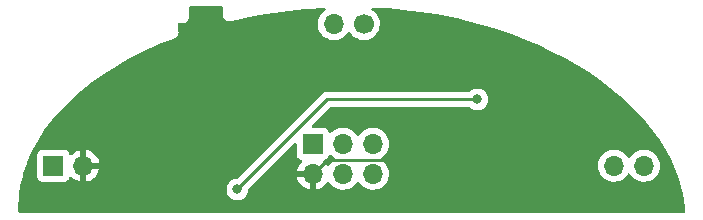
<source format=gtl>
%TF.GenerationSoftware,KiCad,Pcbnew,(6.0.4-0)*%
%TF.CreationDate,2022-04-25T17:07:07-04:00*%
%TF.ProjectId,earth_base,65617274-685f-4626-9173-652e6b696361,rev?*%
%TF.SameCoordinates,Original*%
%TF.FileFunction,Copper,L1,Top*%
%TF.FilePolarity,Positive*%
%FSLAX46Y46*%
G04 Gerber Fmt 4.6, Leading zero omitted, Abs format (unit mm)*
G04 Created by KiCad (PCBNEW (6.0.4-0)) date 2022-04-25 17:07:07*
%MOMM*%
%LPD*%
G01*
G04 APERTURE LIST*
%TA.AperFunction,ComponentPad*%
%ADD10R,1.700000X1.700000*%
%TD*%
%TA.AperFunction,ComponentPad*%
%ADD11O,1.700000X1.700000*%
%TD*%
%TA.AperFunction,ComponentPad*%
%ADD12C,1.700000*%
%TD*%
%TA.AperFunction,ViaPad*%
%ADD13C,0.800000*%
%TD*%
%TA.AperFunction,Conductor*%
%ADD14C,0.250000*%
%TD*%
G04 APERTURE END LIST*
D10*
%TO.P,J1,1,Pin_1*%
%TO.N,VCC*%
X124133751Y-107218580D03*
D11*
%TO.P,J1,2,Pin_2*%
%TO.N,GND*%
X126673751Y-107218580D03*
%TO.P,J1,3,Pin_3*%
%TO.N,Net-(J1-Pad3)*%
X147863751Y-95218580D03*
D12*
%TO.P,J1,4,Pin_4*%
%TO.N,Net-(J1-Pad4)*%
X150403751Y-95218580D03*
D11*
%TO.P,J1,5,Pin_5*%
%TO.N,Net-(J1-Pad5)*%
X171593751Y-107218580D03*
%TO.P,J1,6,Pin_6*%
%TO.N,Net-(J1-Pad6)*%
X174133751Y-107218580D03*
%TD*%
D10*
%TO.P,J2,1,Pin_1*%
%TO.N,VCC*%
X146090605Y-105357258D03*
D11*
%TO.P,J2,2,Pin_2*%
%TO.N,GND*%
X146090605Y-107897258D03*
%TO.P,J2,3,Pin_3*%
%TO.N,Net-(J1-Pad3)*%
X148630605Y-105357258D03*
%TO.P,J2,4,Pin_4*%
%TO.N,Net-(J1-Pad4)*%
X148630605Y-107897258D03*
%TO.P,J2,5,Pin_5*%
%TO.N,Net-(J1-Pad5)*%
X151170605Y-105357258D03*
%TO.P,J2,6,Pin_6*%
%TO.N,Net-(J1-Pad6)*%
X151170605Y-107897258D03*
%TD*%
D13*
%TO.N,GND*%
X165100000Y-101600000D03*
%TO.N,Net-(D1-Pad2)*%
X139700000Y-109220000D03*
X160020000Y-101600000D03*
%TD*%
D14*
%TO.N,GND*%
X165100000Y-101600000D02*
X159977253Y-106722747D01*
X147265116Y-106722747D02*
X146090605Y-107897258D01*
X159977253Y-106722747D02*
X147265116Y-106722747D01*
%TO.N,Net-(D1-Pad2)*%
X147320000Y-101600000D02*
X139700000Y-109220000D01*
X160020000Y-101600000D02*
X147320000Y-101600000D01*
%TD*%
%TA.AperFunction,Conductor*%
%TO.N,GND*%
G36*
X138434895Y-93758198D02*
G01*
X138481388Y-93811854D01*
X138492774Y-93864196D01*
X138492774Y-94436788D01*
X138492436Y-94446017D01*
X138490722Y-94469358D01*
X138488765Y-94496000D01*
X138490647Y-94504779D01*
X138490647Y-94504780D01*
X138499443Y-94545814D01*
X138500969Y-94554362D01*
X138506920Y-94595917D01*
X138506922Y-94595924D01*
X138508194Y-94604806D01*
X138511908Y-94612975D01*
X138514374Y-94621408D01*
X138517414Y-94629649D01*
X138519295Y-94638422D01*
X138523562Y-94646314D01*
X138543534Y-94683253D01*
X138547396Y-94691026D01*
X138568482Y-94737401D01*
X138574342Y-94744201D01*
X138579067Y-94751590D01*
X138584299Y-94758648D01*
X138588572Y-94766551D01*
X138624418Y-94802776D01*
X138630299Y-94809144D01*
X138657702Y-94840947D01*
X138657704Y-94840949D01*
X138663561Y-94847746D01*
X138671092Y-94852628D01*
X138677706Y-94858397D01*
X138684708Y-94863703D01*
X138691025Y-94870086D01*
X138735611Y-94894801D01*
X138743015Y-94899246D01*
X138785789Y-94926971D01*
X138794384Y-94929542D01*
X138802351Y-94933223D01*
X138810570Y-94936354D01*
X138818419Y-94940704D01*
X138868122Y-94951906D01*
X138876512Y-94954103D01*
X138925340Y-94968705D01*
X138934316Y-94968760D01*
X138942982Y-94970055D01*
X138951751Y-94970753D01*
X138960513Y-94972728D01*
X138969469Y-94972165D01*
X138969473Y-94972165D01*
X139011367Y-94969530D01*
X139020044Y-94969284D01*
X139051737Y-94969477D01*
X139070995Y-94969595D01*
X139123040Y-94954720D01*
X139130465Y-94952842D01*
X139974312Y-94766551D01*
X140324678Y-94689203D01*
X140328344Y-94688450D01*
X141557945Y-94455067D01*
X141561590Y-94454431D01*
X142814815Y-94254492D01*
X142818443Y-94253967D01*
X144093911Y-94088369D01*
X144097527Y-94087952D01*
X145393821Y-93957596D01*
X145397428Y-93957286D01*
X146005080Y-93913771D01*
X146713107Y-93863069D01*
X146716647Y-93862867D01*
X147042380Y-93848900D01*
X147111295Y-93865965D01*
X147160043Y-93917580D01*
X147173148Y-93987357D01*
X147146449Y-94053142D01*
X147123430Y-94075544D01*
X146986632Y-94178255D01*
X146958716Y-94199215D01*
X146804380Y-94360718D01*
X146678494Y-94545260D01*
X146642331Y-94623166D01*
X146608679Y-94695665D01*
X146584439Y-94747885D01*
X146524740Y-94963150D01*
X146501002Y-95185275D01*
X146501299Y-95190428D01*
X146501299Y-95190431D01*
X146506762Y-95285170D01*
X146513861Y-95408295D01*
X146514998Y-95413341D01*
X146514999Y-95413347D01*
X146534870Y-95501519D01*
X146562973Y-95626219D01*
X146647017Y-95833196D01*
X146684270Y-95893987D01*
X146761042Y-96019268D01*
X146763738Y-96023668D01*
X146910001Y-96192518D01*
X147081877Y-96335212D01*
X147274751Y-96447918D01*
X147483443Y-96527610D01*
X147488511Y-96528641D01*
X147488514Y-96528642D01*
X147566538Y-96544516D01*
X147702348Y-96572147D01*
X147707523Y-96572337D01*
X147707525Y-96572337D01*
X147920424Y-96580144D01*
X147920428Y-96580144D01*
X147925588Y-96580333D01*
X147930708Y-96579677D01*
X147930710Y-96579677D01*
X148142039Y-96552605D01*
X148142040Y-96552605D01*
X148147167Y-96551948D01*
X148171939Y-96544516D01*
X148356180Y-96489241D01*
X148356185Y-96489239D01*
X148361135Y-96487754D01*
X148561745Y-96389476D01*
X148743611Y-96259753D01*
X148901847Y-96102069D01*
X148917406Y-96080417D01*
X149032204Y-95920657D01*
X149033527Y-95921608D01*
X149080396Y-95878437D01*
X149150331Y-95866205D01*
X149215777Y-95893724D01*
X149243626Y-95925574D01*
X149303738Y-96023668D01*
X149450001Y-96192518D01*
X149621877Y-96335212D01*
X149814751Y-96447918D01*
X150023443Y-96527610D01*
X150028511Y-96528641D01*
X150028514Y-96528642D01*
X150106538Y-96544516D01*
X150242348Y-96572147D01*
X150247523Y-96572337D01*
X150247525Y-96572337D01*
X150460424Y-96580144D01*
X150460428Y-96580144D01*
X150465588Y-96580333D01*
X150470708Y-96579677D01*
X150470710Y-96579677D01*
X150682039Y-96552605D01*
X150682040Y-96552605D01*
X150687167Y-96551948D01*
X150711939Y-96544516D01*
X150896180Y-96489241D01*
X150896185Y-96489239D01*
X150901135Y-96487754D01*
X151101745Y-96389476D01*
X151283611Y-96259753D01*
X151441847Y-96102069D01*
X151457406Y-96080417D01*
X151569186Y-95924857D01*
X151572204Y-95920657D01*
X151588003Y-95888691D01*
X151668887Y-95725033D01*
X151668888Y-95725031D01*
X151671181Y-95720391D01*
X151736121Y-95506649D01*
X151765280Y-95285170D01*
X151765362Y-95281820D01*
X151766825Y-95221945D01*
X151766825Y-95221941D01*
X151766907Y-95218580D01*
X151748603Y-94995941D01*
X151694182Y-94779282D01*
X151605105Y-94574420D01*
X151554373Y-94496000D01*
X151486573Y-94391197D01*
X151486571Y-94391194D01*
X151483765Y-94386857D01*
X151333421Y-94221631D01*
X151329370Y-94218432D01*
X151329366Y-94218428D01*
X151162165Y-94086380D01*
X151162161Y-94086378D01*
X151158110Y-94083178D01*
X151153586Y-94080680D01*
X151153582Y-94080678D01*
X151124106Y-94064406D01*
X151074135Y-94013973D01*
X151059364Y-93944530D01*
X151084481Y-93878125D01*
X151141512Y-93835841D01*
X151191511Y-93828266D01*
X152116233Y-93876129D01*
X152309276Y-93886121D01*
X152313599Y-93886420D01*
X153285638Y-93970324D01*
X153645171Y-94001358D01*
X153730970Y-94008764D01*
X153735276Y-94009210D01*
X155129632Y-94177997D01*
X155133923Y-94178592D01*
X155863659Y-94292504D01*
X156503362Y-94392362D01*
X156507607Y-94393100D01*
X157850317Y-94650397D01*
X157854583Y-94651291D01*
X158291811Y-94750889D01*
X159168823Y-94950668D01*
X159173092Y-94951719D01*
X160456919Y-95291681D01*
X160461188Y-95292892D01*
X160788069Y-95391893D01*
X161712895Y-95671992D01*
X161717132Y-95673359D01*
X162381381Y-95900686D01*
X162934812Y-96090088D01*
X162939099Y-96091642D01*
X164120965Y-96544516D01*
X164125268Y-96546257D01*
X165269445Y-97033749D01*
X165273771Y-97035689D01*
X166378497Y-97556309D01*
X166382849Y-97558463D01*
X167446286Y-98110668D01*
X167450669Y-98113055D01*
X168471005Y-98695304D01*
X168475422Y-98697946D01*
X169450838Y-99308673D01*
X169455289Y-99311593D01*
X170383965Y-99949199D01*
X170388451Y-99952426D01*
X171136692Y-100515967D01*
X171268642Y-100615346D01*
X171273151Y-100618905D01*
X171782685Y-101040448D01*
X172103110Y-101305539D01*
X172107645Y-101309477D01*
X172885570Y-102018144D01*
X172890110Y-102022492D01*
X173604821Y-102742002D01*
X173614305Y-102751550D01*
X173618823Y-102756343D01*
X173702288Y-102849666D01*
X174287672Y-103504192D01*
X174292150Y-103509486D01*
X174903982Y-104274415D01*
X174908374Y-104280244D01*
X175461645Y-105060625D01*
X175465895Y-105067026D01*
X175821841Y-105640197D01*
X175959090Y-105861207D01*
X175963133Y-105868209D01*
X176387556Y-106661025D01*
X176394857Y-106674664D01*
X176398613Y-106682287D01*
X176651406Y-107242327D01*
X176767487Y-107499495D01*
X176770866Y-107507749D01*
X177075581Y-108334290D01*
X177078479Y-108343148D01*
X177153134Y-108603535D01*
X177303499Y-109127987D01*
X177317768Y-109177757D01*
X177320079Y-109187167D01*
X177492688Y-110028790D01*
X177494304Y-110038645D01*
X177590875Y-110821154D01*
X177598908Y-110886242D01*
X177599750Y-110896479D01*
X177608765Y-111114887D01*
X177591589Y-111183774D01*
X177539897Y-111232440D01*
X177482859Y-111246083D01*
X121291927Y-111240027D01*
X121223809Y-111220018D01*
X121177322Y-111166357D01*
X121166066Y-111119636D01*
X121165855Y-111114887D01*
X121152521Y-110815634D01*
X121152540Y-110804007D01*
X121153105Y-110792200D01*
X121199447Y-109823623D01*
X121200589Y-109811693D01*
X121257531Y-109416206D01*
X121285780Y-109220000D01*
X138786496Y-109220000D01*
X138806458Y-109409928D01*
X138865473Y-109591556D01*
X138960960Y-109756944D01*
X138965378Y-109761851D01*
X138965379Y-109761852D01*
X139078928Y-109887961D01*
X139088747Y-109898866D01*
X139243248Y-110011118D01*
X139249276Y-110013802D01*
X139249278Y-110013803D01*
X139293921Y-110033679D01*
X139417712Y-110088794D01*
X139511113Y-110108647D01*
X139598056Y-110127128D01*
X139598061Y-110127128D01*
X139604513Y-110128500D01*
X139795487Y-110128500D01*
X139801939Y-110127128D01*
X139801944Y-110127128D01*
X139888887Y-110108647D01*
X139982288Y-110088794D01*
X140106079Y-110033679D01*
X140150722Y-110013803D01*
X140150724Y-110013802D01*
X140156752Y-110011118D01*
X140311253Y-109898866D01*
X140321072Y-109887961D01*
X140434621Y-109761852D01*
X140434622Y-109761851D01*
X140439040Y-109756944D01*
X140534527Y-109591556D01*
X140593542Y-109409928D01*
X140610907Y-109244706D01*
X140637920Y-109179050D01*
X140647122Y-109168782D01*
X141650680Y-108165224D01*
X144758862Y-108165224D01*
X144789170Y-108299704D01*
X144792250Y-108309533D01*
X144872375Y-108506861D01*
X144877018Y-108516052D01*
X144988299Y-108697646D01*
X144994382Y-108705957D01*
X145133818Y-108866925D01*
X145141185Y-108874141D01*
X145305039Y-109010174D01*
X145313486Y-109016089D01*
X145497361Y-109123537D01*
X145506647Y-109127987D01*
X145705606Y-109203961D01*
X145715504Y-109206837D01*
X145818855Y-109227864D01*
X145832904Y-109226668D01*
X145836605Y-109216323D01*
X145836605Y-108169373D01*
X145832130Y-108154134D01*
X145830740Y-108152929D01*
X145823057Y-108151258D01*
X144773830Y-108151258D01*
X144760299Y-108155231D01*
X144758862Y-108165224D01*
X141650680Y-108165224D01*
X144517010Y-105298894D01*
X144579322Y-105264868D01*
X144650137Y-105269933D01*
X144706973Y-105312480D01*
X144731784Y-105379000D01*
X144732105Y-105387989D01*
X144732105Y-106255392D01*
X144738860Y-106317574D01*
X144789990Y-106453963D01*
X144877344Y-106570519D01*
X144993900Y-106657873D01*
X145002309Y-106661025D01*
X145002310Y-106661026D01*
X145111565Y-106701984D01*
X145168330Y-106744625D01*
X145193030Y-106811187D01*
X145177823Y-106880536D01*
X145158430Y-106907017D01*
X145035195Y-107035975D01*
X145028709Y-107043985D01*
X144908703Y-107219907D01*
X144903605Y-107228881D01*
X144813943Y-107422041D01*
X144810380Y-107431728D01*
X144754994Y-107631441D01*
X144756517Y-107639865D01*
X144768897Y-107643258D01*
X146218605Y-107643258D01*
X146286726Y-107663260D01*
X146333219Y-107716916D01*
X146344605Y-107769258D01*
X146344605Y-109215775D01*
X146348669Y-109229617D01*
X146362083Y-109231651D01*
X146368789Y-109230792D01*
X146378867Y-109228650D01*
X146582860Y-109167449D01*
X146592447Y-109163691D01*
X146783700Y-109069997D01*
X146792550Y-109064722D01*
X146965933Y-108941050D01*
X146973805Y-108934397D01*
X147124657Y-108784070D01*
X147131335Y-108776223D01*
X147258627Y-108599077D01*
X147259884Y-108599980D01*
X147306978Y-108556620D01*
X147376916Y-108544403D01*
X147442356Y-108571936D01*
X147470184Y-108603769D01*
X147487915Y-108632703D01*
X147530592Y-108702346D01*
X147676855Y-108871196D01*
X147848731Y-109013890D01*
X148041605Y-109126596D01*
X148250297Y-109206288D01*
X148255365Y-109207319D01*
X148255368Y-109207320D01*
X148317693Y-109220000D01*
X148469202Y-109250825D01*
X148474377Y-109251015D01*
X148474379Y-109251015D01*
X148687278Y-109258822D01*
X148687282Y-109258822D01*
X148692442Y-109259011D01*
X148697562Y-109258355D01*
X148697564Y-109258355D01*
X148908893Y-109231283D01*
X148908894Y-109231283D01*
X148914021Y-109230626D01*
X148918971Y-109229141D01*
X149123034Y-109167919D01*
X149123039Y-109167917D01*
X149127989Y-109166432D01*
X149328599Y-109068154D01*
X149510465Y-108938431D01*
X149525788Y-108923162D01*
X149665040Y-108784395D01*
X149668701Y-108780747D01*
X149742426Y-108678148D01*
X149799058Y-108599335D01*
X149800381Y-108600286D01*
X149847250Y-108557115D01*
X149917185Y-108544883D01*
X149982631Y-108572402D01*
X150010480Y-108604252D01*
X150026457Y-108630324D01*
X150070592Y-108702346D01*
X150216855Y-108871196D01*
X150388731Y-109013890D01*
X150581605Y-109126596D01*
X150790297Y-109206288D01*
X150795365Y-109207319D01*
X150795368Y-109207320D01*
X150857693Y-109220000D01*
X151009202Y-109250825D01*
X151014377Y-109251015D01*
X151014379Y-109251015D01*
X151227278Y-109258822D01*
X151227282Y-109258822D01*
X151232442Y-109259011D01*
X151237562Y-109258355D01*
X151237564Y-109258355D01*
X151448893Y-109231283D01*
X151448894Y-109231283D01*
X151454021Y-109230626D01*
X151458971Y-109229141D01*
X151663034Y-109167919D01*
X151663039Y-109167917D01*
X151667989Y-109166432D01*
X151868599Y-109068154D01*
X152050465Y-108938431D01*
X152065788Y-108923162D01*
X152205040Y-108784395D01*
X152208701Y-108780747D01*
X152282426Y-108678148D01*
X152336040Y-108603535D01*
X152339058Y-108599335D01*
X152348450Y-108580333D01*
X152435741Y-108403711D01*
X152435742Y-108403709D01*
X152438035Y-108399069D01*
X152481588Y-108255719D01*
X152501470Y-108190281D01*
X152501470Y-108190279D01*
X152502975Y-108185327D01*
X152532134Y-107963848D01*
X152533761Y-107897258D01*
X152515457Y-107674619D01*
X152461036Y-107457960D01*
X152371959Y-107253098D01*
X152328083Y-107185275D01*
X170231002Y-107185275D01*
X170231299Y-107190428D01*
X170231299Y-107190431D01*
X170236762Y-107285170D01*
X170243861Y-107408295D01*
X170244998Y-107413341D01*
X170244999Y-107413347D01*
X170258348Y-107472580D01*
X170292973Y-107626219D01*
X170377017Y-107833196D01*
X170414219Y-107893904D01*
X170491042Y-108019268D01*
X170493738Y-108023668D01*
X170640001Y-108192518D01*
X170811877Y-108335212D01*
X171004751Y-108447918D01*
X171213443Y-108527610D01*
X171218511Y-108528641D01*
X171218514Y-108528642D01*
X171298342Y-108544883D01*
X171432348Y-108572147D01*
X171437523Y-108572337D01*
X171437525Y-108572337D01*
X171650424Y-108580144D01*
X171650428Y-108580144D01*
X171655588Y-108580333D01*
X171660708Y-108579677D01*
X171660710Y-108579677D01*
X171872039Y-108552605D01*
X171872040Y-108552605D01*
X171877167Y-108551948D01*
X171882117Y-108550463D01*
X172086180Y-108489241D01*
X172086185Y-108489239D01*
X172091135Y-108487754D01*
X172291745Y-108389476D01*
X172473611Y-108259753D01*
X172553446Y-108180197D01*
X172617903Y-108115964D01*
X172631847Y-108102069D01*
X172691345Y-108019269D01*
X172762204Y-107920657D01*
X172763527Y-107921608D01*
X172810396Y-107878437D01*
X172880331Y-107866205D01*
X172945777Y-107893724D01*
X172973626Y-107925574D01*
X173033738Y-108023668D01*
X173180001Y-108192518D01*
X173351877Y-108335212D01*
X173544751Y-108447918D01*
X173753443Y-108527610D01*
X173758511Y-108528641D01*
X173758514Y-108528642D01*
X173838342Y-108544883D01*
X173972348Y-108572147D01*
X173977523Y-108572337D01*
X173977525Y-108572337D01*
X174190424Y-108580144D01*
X174190428Y-108580144D01*
X174195588Y-108580333D01*
X174200708Y-108579677D01*
X174200710Y-108579677D01*
X174412039Y-108552605D01*
X174412040Y-108552605D01*
X174417167Y-108551948D01*
X174422117Y-108550463D01*
X174626180Y-108489241D01*
X174626185Y-108489239D01*
X174631135Y-108487754D01*
X174831745Y-108389476D01*
X175013611Y-108259753D01*
X175093446Y-108180197D01*
X175157903Y-108115964D01*
X175171847Y-108102069D01*
X175231345Y-108019269D01*
X175299186Y-107924857D01*
X175302204Y-107920657D01*
X175312106Y-107900623D01*
X175398887Y-107725033D01*
X175398888Y-107725031D01*
X175401181Y-107720391D01*
X175466121Y-107506649D01*
X175495280Y-107285170D01*
X175496338Y-107241879D01*
X175496825Y-107221945D01*
X175496825Y-107221941D01*
X175496907Y-107218580D01*
X175478603Y-106995941D01*
X175424182Y-106779282D01*
X175335105Y-106574420D01*
X175257178Y-106453963D01*
X175216573Y-106391197D01*
X175216571Y-106391194D01*
X175213765Y-106386857D01*
X175063421Y-106221631D01*
X175059370Y-106218432D01*
X175059366Y-106218428D01*
X174892165Y-106086380D01*
X174892161Y-106086378D01*
X174888110Y-106083178D01*
X174853826Y-106064252D01*
X174790638Y-106029371D01*
X174692540Y-105975218D01*
X174687671Y-105973494D01*
X174687667Y-105973492D01*
X174486838Y-105902375D01*
X174486834Y-105902374D01*
X174481963Y-105900649D01*
X174476870Y-105899742D01*
X174476867Y-105899741D01*
X174267124Y-105862380D01*
X174267118Y-105862379D01*
X174262035Y-105861474D01*
X174188203Y-105860572D01*
X174043832Y-105858808D01*
X174043830Y-105858808D01*
X174038662Y-105858745D01*
X173817842Y-105892535D01*
X173605507Y-105961937D01*
X173532508Y-105999938D01*
X173416581Y-106060286D01*
X173407358Y-106065087D01*
X173403225Y-106068190D01*
X173403222Y-106068192D01*
X173272624Y-106166248D01*
X173228716Y-106199215D01*
X173225144Y-106202953D01*
X173106325Y-106327290D01*
X173074380Y-106360718D01*
X172966952Y-106518201D01*
X172912044Y-106563201D01*
X172841519Y-106571372D01*
X172777772Y-106540118D01*
X172757075Y-106515634D01*
X172676573Y-106391197D01*
X172676571Y-106391194D01*
X172673765Y-106386857D01*
X172523421Y-106221631D01*
X172519370Y-106218432D01*
X172519366Y-106218428D01*
X172352165Y-106086380D01*
X172352161Y-106086378D01*
X172348110Y-106083178D01*
X172313826Y-106064252D01*
X172250638Y-106029371D01*
X172152540Y-105975218D01*
X172147671Y-105973494D01*
X172147667Y-105973492D01*
X171946838Y-105902375D01*
X171946834Y-105902374D01*
X171941963Y-105900649D01*
X171936870Y-105899742D01*
X171936867Y-105899741D01*
X171727124Y-105862380D01*
X171727118Y-105862379D01*
X171722035Y-105861474D01*
X171648203Y-105860572D01*
X171503832Y-105858808D01*
X171503830Y-105858808D01*
X171498662Y-105858745D01*
X171277842Y-105892535D01*
X171065507Y-105961937D01*
X170992508Y-105999938D01*
X170876581Y-106060286D01*
X170867358Y-106065087D01*
X170863225Y-106068190D01*
X170863222Y-106068192D01*
X170732624Y-106166248D01*
X170688716Y-106199215D01*
X170685144Y-106202953D01*
X170566325Y-106327290D01*
X170534380Y-106360718D01*
X170408494Y-106545260D01*
X170392754Y-106579170D01*
X170318538Y-106739055D01*
X170314439Y-106747885D01*
X170254740Y-106963150D01*
X170231002Y-107185275D01*
X152328083Y-107185275D01*
X152324762Y-107180142D01*
X152253427Y-107069875D01*
X152253425Y-107069872D01*
X152250619Y-107065535D01*
X152100275Y-106900309D01*
X152096224Y-106897110D01*
X152096220Y-106897106D01*
X151929019Y-106765058D01*
X151929015Y-106765056D01*
X151924964Y-106761856D01*
X151883658Y-106739054D01*
X151833689Y-106688622D01*
X151818917Y-106619179D01*
X151844033Y-106552774D01*
X151871385Y-106526167D01*
X151915208Y-106494908D01*
X152050465Y-106398431D01*
X152057725Y-106391197D01*
X152190596Y-106258789D01*
X152208701Y-106240747D01*
X152339058Y-106059335D01*
X152359925Y-106017115D01*
X152435741Y-105863711D01*
X152435742Y-105863709D01*
X152438035Y-105859069D01*
X152502975Y-105645327D01*
X152532134Y-105423848D01*
X152533761Y-105357258D01*
X152515457Y-105134619D01*
X152461036Y-104917960D01*
X152371959Y-104713098D01*
X152297873Y-104598578D01*
X152253427Y-104529875D01*
X152253425Y-104529872D01*
X152250619Y-104525535D01*
X152100275Y-104360309D01*
X152096224Y-104357110D01*
X152096220Y-104357106D01*
X151929019Y-104225058D01*
X151929015Y-104225056D01*
X151924964Y-104221856D01*
X151729394Y-104113896D01*
X151724525Y-104112172D01*
X151724521Y-104112170D01*
X151523692Y-104041053D01*
X151523688Y-104041052D01*
X151518817Y-104039327D01*
X151513724Y-104038420D01*
X151513721Y-104038419D01*
X151303978Y-104001058D01*
X151303972Y-104001057D01*
X151298889Y-104000152D01*
X151225057Y-103999250D01*
X151080686Y-103997486D01*
X151080684Y-103997486D01*
X151075516Y-103997423D01*
X150854696Y-104031213D01*
X150642361Y-104100615D01*
X150444212Y-104203765D01*
X150440079Y-104206868D01*
X150440076Y-104206870D01*
X150342351Y-104280244D01*
X150265570Y-104337893D01*
X150261998Y-104341631D01*
X150154334Y-104454295D01*
X150111234Y-104499396D01*
X150003806Y-104656879D01*
X149948898Y-104701879D01*
X149878373Y-104710050D01*
X149814626Y-104678796D01*
X149793929Y-104654312D01*
X149713427Y-104529875D01*
X149713425Y-104529872D01*
X149710619Y-104525535D01*
X149560275Y-104360309D01*
X149556224Y-104357110D01*
X149556220Y-104357106D01*
X149389019Y-104225058D01*
X149389015Y-104225056D01*
X149384964Y-104221856D01*
X149189394Y-104113896D01*
X149184525Y-104112172D01*
X149184521Y-104112170D01*
X148983692Y-104041053D01*
X148983688Y-104041052D01*
X148978817Y-104039327D01*
X148973724Y-104038420D01*
X148973721Y-104038419D01*
X148763978Y-104001058D01*
X148763972Y-104001057D01*
X148758889Y-104000152D01*
X148685057Y-103999250D01*
X148540686Y-103997486D01*
X148540684Y-103997486D01*
X148535516Y-103997423D01*
X148314696Y-104031213D01*
X148102361Y-104100615D01*
X147904212Y-104203765D01*
X147900079Y-104206868D01*
X147900076Y-104206870D01*
X147802351Y-104280244D01*
X147725570Y-104337893D01*
X147669142Y-104396942D01*
X147644888Y-104422322D01*
X147583364Y-104457752D01*
X147512451Y-104454295D01*
X147454665Y-104413049D01*
X147435812Y-104379501D01*
X147394372Y-104268961D01*
X147391220Y-104260553D01*
X147303866Y-104143997D01*
X147187310Y-104056643D01*
X147050921Y-104005513D01*
X146988739Y-103998758D01*
X146121336Y-103998758D01*
X146053215Y-103978756D01*
X146006722Y-103925100D01*
X145996618Y-103854826D01*
X146026112Y-103790246D01*
X146032241Y-103783663D01*
X147545499Y-102270405D01*
X147607811Y-102236379D01*
X147634594Y-102233500D01*
X159311800Y-102233500D01*
X159379921Y-102253502D01*
X159399147Y-102269843D01*
X159399420Y-102269540D01*
X159404332Y-102273963D01*
X159408747Y-102278866D01*
X159563248Y-102391118D01*
X159569276Y-102393802D01*
X159569278Y-102393803D01*
X159731681Y-102466109D01*
X159737712Y-102468794D01*
X159831113Y-102488647D01*
X159918056Y-102507128D01*
X159918061Y-102507128D01*
X159924513Y-102508500D01*
X160115487Y-102508500D01*
X160121939Y-102507128D01*
X160121944Y-102507128D01*
X160208888Y-102488647D01*
X160302288Y-102468794D01*
X160308319Y-102466109D01*
X160470722Y-102393803D01*
X160470724Y-102393802D01*
X160476752Y-102391118D01*
X160631253Y-102278866D01*
X160654091Y-102253502D01*
X160754621Y-102141852D01*
X160754622Y-102141851D01*
X160759040Y-102136944D01*
X160854527Y-101971556D01*
X160913542Y-101789928D01*
X160933504Y-101600000D01*
X160913542Y-101410072D01*
X160854527Y-101228444D01*
X160759040Y-101063056D01*
X160742881Y-101045109D01*
X160635675Y-100926045D01*
X160635674Y-100926044D01*
X160631253Y-100921134D01*
X160476752Y-100808882D01*
X160470724Y-100806198D01*
X160470722Y-100806197D01*
X160308319Y-100733891D01*
X160308318Y-100733891D01*
X160302288Y-100731206D01*
X160208888Y-100711353D01*
X160121944Y-100692872D01*
X160121939Y-100692872D01*
X160115487Y-100691500D01*
X159924513Y-100691500D01*
X159918061Y-100692872D01*
X159918056Y-100692872D01*
X159831112Y-100711353D01*
X159737712Y-100731206D01*
X159731682Y-100733891D01*
X159731681Y-100733891D01*
X159569278Y-100806197D01*
X159569276Y-100806198D01*
X159563248Y-100808882D01*
X159408747Y-100921134D01*
X159404332Y-100926037D01*
X159399420Y-100930460D01*
X159398295Y-100929211D01*
X159344986Y-100962051D01*
X159311800Y-100966500D01*
X147398763Y-100966500D01*
X147387579Y-100965973D01*
X147380091Y-100964299D01*
X147372168Y-100964548D01*
X147312033Y-100966438D01*
X147308075Y-100966500D01*
X147280144Y-100966500D01*
X147276229Y-100966995D01*
X147276225Y-100966995D01*
X147276167Y-100967003D01*
X147276138Y-100967006D01*
X147264296Y-100967939D01*
X147220110Y-100969327D01*
X147202744Y-100974372D01*
X147200658Y-100974978D01*
X147181306Y-100978986D01*
X147180610Y-100979074D01*
X147161203Y-100981526D01*
X147153834Y-100984443D01*
X147153832Y-100984444D01*
X147120097Y-100997800D01*
X147108869Y-101001645D01*
X147066407Y-101013982D01*
X147059585Y-101018016D01*
X147059579Y-101018019D01*
X147048968Y-101024294D01*
X147031218Y-101032990D01*
X147019756Y-101037528D01*
X147019751Y-101037531D01*
X147012383Y-101040448D01*
X147005968Y-101045109D01*
X146976625Y-101066427D01*
X146966707Y-101072943D01*
X146948019Y-101083995D01*
X146928637Y-101095458D01*
X146914313Y-101109782D01*
X146899281Y-101122621D01*
X146882893Y-101134528D01*
X146854712Y-101168593D01*
X146846722Y-101177373D01*
X139749500Y-108274595D01*
X139687188Y-108308621D01*
X139660405Y-108311500D01*
X139604513Y-108311500D01*
X139598061Y-108312872D01*
X139598056Y-108312872D01*
X139511112Y-108331353D01*
X139417712Y-108351206D01*
X139411682Y-108353891D01*
X139411681Y-108353891D01*
X139249278Y-108426197D01*
X139249276Y-108426198D01*
X139243248Y-108428882D01*
X139237907Y-108432762D01*
X139237906Y-108432763D01*
X139187843Y-108469136D01*
X139088747Y-108541134D01*
X139084326Y-108546044D01*
X139084325Y-108546045D01*
X138980130Y-108661766D01*
X138960960Y-108683056D01*
X138865473Y-108848444D01*
X138806458Y-109030072D01*
X138805768Y-109036633D01*
X138805768Y-109036635D01*
X138796587Y-109123989D01*
X138786496Y-109220000D01*
X121285780Y-109220000D01*
X121325888Y-108941429D01*
X121339467Y-108847116D01*
X121341683Y-108835573D01*
X121372826Y-108706248D01*
X121514795Y-108116714D01*
X122775251Y-108116714D01*
X122782006Y-108178896D01*
X122833136Y-108315285D01*
X122920490Y-108431841D01*
X123037046Y-108519195D01*
X123173435Y-108570325D01*
X123235617Y-108577080D01*
X125031885Y-108577080D01*
X125094067Y-108570325D01*
X125230456Y-108519195D01*
X125347012Y-108431841D01*
X125434366Y-108315285D01*
X125478549Y-108197428D01*
X125521191Y-108140664D01*
X125587752Y-108115964D01*
X125657101Y-108131172D01*
X125691768Y-108159160D01*
X125716969Y-108188253D01*
X125724331Y-108195463D01*
X125888185Y-108331496D01*
X125896632Y-108337411D01*
X126080507Y-108444859D01*
X126089793Y-108449309D01*
X126288752Y-108525283D01*
X126298650Y-108528159D01*
X126402001Y-108549186D01*
X126416050Y-108547990D01*
X126419751Y-108537645D01*
X126419751Y-108537097D01*
X126927751Y-108537097D01*
X126931815Y-108550939D01*
X126945229Y-108552973D01*
X126951935Y-108552114D01*
X126962013Y-108549972D01*
X127166006Y-108488771D01*
X127175593Y-108485013D01*
X127366846Y-108391319D01*
X127375696Y-108386044D01*
X127549079Y-108262372D01*
X127556951Y-108255719D01*
X127707803Y-108105392D01*
X127714481Y-108097545D01*
X127838754Y-107924600D01*
X127844064Y-107915763D01*
X127938421Y-107724847D01*
X127942220Y-107715252D01*
X128004128Y-107511490D01*
X128006306Y-107501417D01*
X128007737Y-107490542D01*
X128005526Y-107476358D01*
X127992368Y-107472580D01*
X126945866Y-107472580D01*
X126930627Y-107477055D01*
X126929422Y-107478445D01*
X126927751Y-107486128D01*
X126927751Y-108537097D01*
X126419751Y-108537097D01*
X126419751Y-106946465D01*
X126927751Y-106946465D01*
X126932226Y-106961704D01*
X126933616Y-106962909D01*
X126941299Y-106964580D01*
X127992095Y-106964580D01*
X128005626Y-106960607D01*
X128006931Y-106951527D01*
X127964965Y-106784455D01*
X127961645Y-106774704D01*
X127876723Y-106579394D01*
X127871856Y-106570319D01*
X127756177Y-106391506D01*
X127749887Y-106383337D01*
X127606557Y-106225820D01*
X127599024Y-106218795D01*
X127431890Y-106086802D01*
X127423303Y-106081097D01*
X127236868Y-105978179D01*
X127227456Y-105973949D01*
X127026710Y-105902860D01*
X127016739Y-105900226D01*
X126945588Y-105887552D01*
X126932291Y-105889012D01*
X126927751Y-105903569D01*
X126927751Y-106946465D01*
X126419751Y-106946465D01*
X126419751Y-105901682D01*
X126415833Y-105888338D01*
X126401557Y-105886351D01*
X126363075Y-105892240D01*
X126353039Y-105894631D01*
X126150619Y-105960792D01*
X126141110Y-105964789D01*
X125952214Y-106063122D01*
X125943489Y-106068616D01*
X125773184Y-106196485D01*
X125765477Y-106203328D01*
X125688229Y-106284164D01*
X125626705Y-106319594D01*
X125555793Y-106316137D01*
X125498006Y-106274891D01*
X125479153Y-106241343D01*
X125437518Y-106130283D01*
X125434366Y-106121875D01*
X125347012Y-106005319D01*
X125230456Y-105917965D01*
X125094067Y-105866835D01*
X125031885Y-105860080D01*
X123235617Y-105860080D01*
X123173435Y-105866835D01*
X123037046Y-105917965D01*
X122920490Y-106005319D01*
X122833136Y-106121875D01*
X122782006Y-106258264D01*
X122775251Y-106320446D01*
X122775251Y-108116714D01*
X121514795Y-108116714D01*
X121570313Y-107886173D01*
X121573476Y-107875238D01*
X121576538Y-107866205D01*
X121858006Y-107035659D01*
X121889807Y-106941823D01*
X121893760Y-106931636D01*
X122295873Y-106015253D01*
X122300441Y-106005910D01*
X122786431Y-105107935D01*
X122791447Y-105099473D01*
X123359348Y-104221514D01*
X123364663Y-104213925D01*
X124012368Y-103357840D01*
X124017857Y-103351083D01*
X124743174Y-102518773D01*
X124748742Y-102512787D01*
X125549319Y-101706277D01*
X125554893Y-101700995D01*
X125989304Y-101313689D01*
X126428214Y-100922372D01*
X126433724Y-100917736D01*
X127377324Y-100168959D01*
X127382767Y-100164875D01*
X127396594Y-100155073D01*
X128393883Y-99448062D01*
X128399218Y-99444481D01*
X129475234Y-98761561D01*
X129480474Y-98758411D01*
X129586832Y-98697946D01*
X130618588Y-98111384D01*
X130623719Y-98108622D01*
X131821143Y-97499414D01*
X131826175Y-97496993D01*
X133080127Y-96927486D01*
X133085059Y-96925371D01*
X134263093Y-96449761D01*
X134338984Y-96419121D01*
X134347756Y-96416112D01*
X134355114Y-96415112D01*
X134412289Y-96389612D01*
X134416386Y-96387872D01*
X134438711Y-96378858D01*
X134442587Y-96376608D01*
X134446619Y-96374636D01*
X134446638Y-96374675D01*
X134452505Y-96371675D01*
X134479939Y-96359439D01*
X134479941Y-96359438D01*
X134488140Y-96355781D01*
X134500481Y-96345302D01*
X134518771Y-96332383D01*
X134521795Y-96330627D01*
X134532782Y-96324249D01*
X134559682Y-96295966D01*
X134569424Y-96286758D01*
X134592324Y-96267312D01*
X134592325Y-96267311D01*
X134599168Y-96261500D01*
X134608074Y-96247976D01*
X134622005Y-96230438D01*
X134626979Y-96225208D01*
X134633164Y-96218705D01*
X134651045Y-96184010D01*
X134657810Y-96172441D01*
X134674331Y-96147350D01*
X134674333Y-96147345D01*
X134679271Y-96139846D01*
X134684021Y-96124371D01*
X134692471Y-96103627D01*
X134695779Y-96097208D01*
X134695779Y-96097207D01*
X134699890Y-96089231D01*
X134701596Y-96080425D01*
X134701599Y-96080417D01*
X134707318Y-96050899D01*
X134710563Y-96037898D01*
X134719377Y-96009181D01*
X134719378Y-96009176D01*
X134722010Y-96000600D01*
X134722225Y-95984416D01*
X134724514Y-95962134D01*
X134727595Y-95946232D01*
X134725295Y-95921608D01*
X134723966Y-95907372D01*
X134723431Y-95893987D01*
X134723437Y-95893569D01*
X134723436Y-95893555D01*
X134723501Y-95888691D01*
X134720191Y-95865393D01*
X134719486Y-95859400D01*
X134714884Y-95810138D01*
X134714050Y-95801205D01*
X134710742Y-95792866D01*
X134710025Y-95789874D01*
X134707804Y-95778217D01*
X134692361Y-95669531D01*
X134639865Y-95300079D01*
X134650085Y-95229823D01*
X134696667Y-95176245D01*
X134757930Y-95156532D01*
X135059695Y-95140507D01*
X135082387Y-95139302D01*
X135092595Y-95139174D01*
X135097164Y-95139302D01*
X135131210Y-95140256D01*
X135131212Y-95140256D01*
X135140178Y-95140507D01*
X135191834Y-95126960D01*
X135199334Y-95125236D01*
X135212496Y-95122632D01*
X135251749Y-95114867D01*
X135259712Y-95110723D01*
X135266101Y-95108481D01*
X135272385Y-95105834D01*
X135281070Y-95103556D01*
X135288765Y-95098933D01*
X135288768Y-95098932D01*
X135326849Y-95076055D01*
X135333564Y-95072296D01*
X135380960Y-95047633D01*
X135387435Y-95041426D01*
X135392960Y-95037465D01*
X135398239Y-95033168D01*
X135405930Y-95028547D01*
X135412018Y-95021950D01*
X135412021Y-95021948D01*
X135442152Y-94989300D01*
X135447552Y-94983796D01*
X135461887Y-94970055D01*
X135474287Y-94958168D01*
X135479628Y-94953048D01*
X135479629Y-94953047D01*
X135486108Y-94946836D01*
X135490584Y-94939056D01*
X135494768Y-94933712D01*
X135498628Y-94928106D01*
X135504717Y-94921509D01*
X135528464Y-94873682D01*
X135532101Y-94866888D01*
X135554262Y-94828364D01*
X135554263Y-94828361D01*
X135558740Y-94820579D01*
X135560852Y-94811856D01*
X135563363Y-94805566D01*
X135565499Y-94799089D01*
X135569492Y-94791047D01*
X135576786Y-94750120D01*
X135578863Y-94738468D01*
X135580446Y-94730930D01*
X135590903Y-94687736D01*
X135590903Y-94687734D01*
X135593015Y-94679011D01*
X135591713Y-94651292D01*
X135590596Y-94627505D01*
X135590487Y-94618835D01*
X135599102Y-94225450D01*
X135606195Y-93901542D01*
X135606197Y-93901508D01*
X135606207Y-93901453D01*
X135607027Y-93863541D01*
X135607073Y-93861443D01*
X135628559Y-93793776D01*
X135683217Y-93748466D01*
X135733043Y-93738196D01*
X138366774Y-93738196D01*
X138434895Y-93758198D01*
G37*
%TD.AperFunction*%
%TA.AperFunction,Conductor*%
G36*
X147613755Y-106270384D02*
G01*
X147648422Y-106298372D01*
X147676855Y-106331196D01*
X147848731Y-106473890D01*
X147919200Y-106515069D01*
X147922050Y-106516734D01*
X147970774Y-106568372D01*
X147983845Y-106638155D01*
X147957114Y-106703927D01*
X147916660Y-106737285D01*
X147904212Y-106743765D01*
X147900079Y-106746868D01*
X147900076Y-106746870D01*
X147814414Y-106811187D01*
X147725570Y-106877893D01*
X147571234Y-107039396D01*
X147568325Y-107043661D01*
X147568319Y-107043669D01*
X147517628Y-107117979D01*
X147463809Y-107196876D01*
X147463503Y-107197324D01*
X147408592Y-107242327D01*
X147338067Y-107250498D01*
X147274320Y-107219244D01*
X147253623Y-107194760D01*
X147173031Y-107070184D01*
X147166741Y-107062015D01*
X147022898Y-106903935D01*
X146991846Y-106840089D01*
X147000240Y-106769591D01*
X147045417Y-106714822D01*
X147071861Y-106701153D01*
X147178902Y-106661025D01*
X147187310Y-106657873D01*
X147303866Y-106570519D01*
X147391220Y-106453963D01*
X147417809Y-106383037D01*
X147435203Y-106336640D01*
X147477845Y-106279876D01*
X147544407Y-106255176D01*
X147613755Y-106270384D01*
G37*
%TD.AperFunction*%
%TD*%
M02*

</source>
